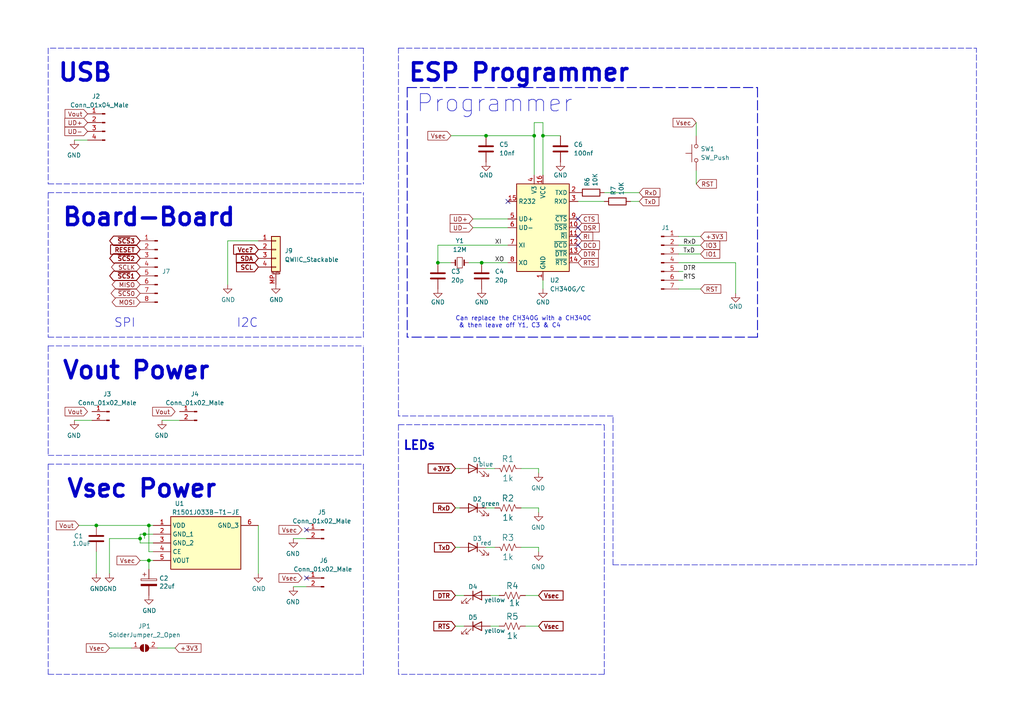
<source format=kicad_sch>
(kicad_sch (version 20211123) (generator eeschema)
  (paper "A4")
  (title_block (title "Programmer") (rev "0.2.4") (company "The Nerd Mage"))
  (lib_symbols
    (symbol "Connector:Conn_01x02_Male" (pin_names (offset 1.016) hide)
      (property "Reference" "J" (at 0 2.54 0))
      (property "Value" "Conn_01x02_Male" (at 0 -5.08 0))
      (symbol "Conn_01x02_Male_1_1"
        (polyline (pts (xy 1.27 -2.54) (xy 0.8636 -2.54)) (stroke (width 0.1524)))
        (polyline (pts (xy 1.27 0) (xy 0.8636 0)) (stroke (width 0.1524)))
        (rectangle (start 0.8636 -2.413) (end 0 -2.667) (stroke (width 0.1524)) (fill (type outline)))
        (rectangle (start 0.8636 0.127) (end 0 -0.127) (stroke (width 0.1524)) (fill (type outline)))
        (pin passive line (at 5.08 0 180) (length 3.81) (name "Pin_1") (number "1"))
        (pin passive line (at 5.08 -2.54 180) (length 3.81) (name "Pin_2") (number "2"))
      )
    )
    (symbol "Connector:Conn_01x04_Male" (pin_names (offset 1.016) hide)
      (property "Reference" "J" (at 0 5.08 0))
      (property "Value" "Conn_01x04_Male" (at 0 -7.62 0))
      (symbol "Conn_01x04_Male_1_1"
        (polyline (pts (xy 1.27 -5.08) (xy 0.8636 -5.08)) (stroke (width 0.1524)))
        (polyline (pts (xy 1.27 -2.54) (xy 0.8636 -2.54)) (stroke (width 0.1524)))
        (polyline (pts (xy 1.27 0) (xy 0.8636 0)) (stroke (width 0.1524)))
        (polyline (pts (xy 1.27 2.54) (xy 0.8636 2.54)) (stroke (width 0.1524)))
        (rectangle (start 0.8636 -4.953) (end 0 -5.207) (stroke (width 0.1524)) (fill (type outline)))
        (rectangle (start 0.8636 -2.413) (end 0 -2.667) (stroke (width 0.1524)) (fill (type outline)))
        (rectangle (start 0.8636 0.127) (end 0 -0.127) (stroke (width 0.1524)) (fill (type outline)))
        (rectangle (start 0.8636 2.667) (end 0 2.413) (stroke (width 0.1524)) (fill (type outline)))
        (pin passive line (at 5.08 2.54 180) (length 3.81) (name "Pin_1") (number "1"))
        (pin passive line (at 5.08 0 180) (length 3.81) (name "Pin_2") (number "2"))
        (pin passive line (at 5.08 -2.54 180) (length 3.81) (name "Pin_3") (number "3"))
        (pin passive line (at 5.08 -5.08 180) (length 3.81) (name "Pin_4") (number "4"))
      )
    )
    (symbol "Connector:Conn_01x07_Male" (pin_names (offset 1.016) hide)
      (property "Reference" "J" (at 0 10.16 0))
      (property "Value" "Conn_01x07_Male" (at 0 -10.16 0))
      (symbol "Conn_01x07_Male_1_1"
        (polyline (pts (xy 1.27 -7.62) (xy 0.8636 -7.62)) (stroke (width 0.1524)))
        (polyline (pts (xy 1.27 -5.08) (xy 0.8636 -5.08)) (stroke (width 0.1524)))
        (polyline (pts (xy 1.27 -2.54) (xy 0.8636 -2.54)) (stroke (width 0.1524)))
        (polyline (pts (xy 1.27 0) (xy 0.8636 0)) (stroke (width 0.1524)))
        (polyline (pts (xy 1.27 2.54) (xy 0.8636 2.54)) (stroke (width 0.1524)))
        (polyline (pts (xy 1.27 5.08) (xy 0.8636 5.08)) (stroke (width 0.1524)))
        (polyline (pts (xy 1.27 7.62) (xy 0.8636 7.62)) (stroke (width 0.1524)))
        (rectangle (start 0.8636 -7.493) (end 0 -7.747) (stroke (width 0.1524)) (fill (type outline)))
        (rectangle (start 0.8636 -4.953) (end 0 -5.207) (stroke (width 0.1524)) (fill (type outline)))
        (rectangle (start 0.8636 -2.413) (end 0 -2.667) (stroke (width 0.1524)) (fill (type outline)))
        (rectangle (start 0.8636 0.127) (end 0 -0.127) (stroke (width 0.1524)) (fill (type outline)))
        (rectangle (start 0.8636 2.667) (end 0 2.413) (stroke (width 0.1524)) (fill (type outline)))
        (rectangle (start 0.8636 5.207) (end 0 4.953) (stroke (width 0.1524)) (fill (type outline)))
        (rectangle (start 0.8636 7.747) (end 0 7.493) (stroke (width 0.1524)) (fill (type outline)))
        (pin passive line (at 5.08 7.62 180) (length 3.81) (name "Pin_1") (number "1"))
        (pin passive line (at 5.08 5.08 180) (length 3.81) (name "Pin_2") (number "2"))
        (pin passive line (at 5.08 2.54 180) (length 3.81) (name "Pin_3") (number "3"))
        (pin passive line (at 5.08 0 180) (length 3.81) (name "Pin_4") (number "4"))
        (pin passive line (at 5.08 -2.54 180) (length 3.81) (name "Pin_5") (number "5"))
        (pin passive line (at 5.08 -5.08 180) (length 3.81) (name "Pin_6") (number "6"))
        (pin passive line (at 5.08 -7.62 180) (length 3.81) (name "Pin_7") (number "7"))
      )
    )
    (symbol "Connector:Conn_01x08_Male" (pin_names (offset 1.016) hide)
      (property "Reference" "J" (at 0 10.16 0))
      (property "Value" "Conn_01x08_Male" (at 0 -12.7 0))
      (symbol "Conn_01x08_Male_1_1"
        (polyline (pts (xy 1.27 -10.16) (xy 0.8636 -10.16)) (stroke (width 0.1524)))
        (polyline (pts (xy 1.27 -7.62) (xy 0.8636 -7.62)) (stroke (width 0.1524)))
        (polyline (pts (xy 1.27 -5.08) (xy 0.8636 -5.08)) (stroke (width 0.1524)))
        (polyline (pts (xy 1.27 -2.54) (xy 0.8636 -2.54)) (stroke (width 0.1524)))
        (polyline (pts (xy 1.27 0) (xy 0.8636 0)) (stroke (width 0.1524)))
        (polyline (pts (xy 1.27 2.54) (xy 0.8636 2.54)) (stroke (width 0.1524)))
        (polyline (pts (xy 1.27 5.08) (xy 0.8636 5.08)) (stroke (width 0.1524)))
        (polyline (pts (xy 1.27 7.62) (xy 0.8636 7.62)) (stroke (width 0.1524)))
        (rectangle (start 0.8636 -10.033) (end 0 -10.287) (stroke (width 0.1524)) (fill (type outline)))
        (rectangle (start 0.8636 -7.493) (end 0 -7.747) (stroke (width 0.1524)) (fill (type outline)))
        (rectangle (start 0.8636 -4.953) (end 0 -5.207) (stroke (width 0.1524)) (fill (type outline)))
        (rectangle (start 0.8636 -2.413) (end 0 -2.667) (stroke (width 0.1524)) (fill (type outline)))
        (rectangle (start 0.8636 0.127) (end 0 -0.127) (stroke (width 0.1524)) (fill (type outline)))
        (rectangle (start 0.8636 2.667) (end 0 2.413) (stroke (width 0.1524)) (fill (type outline)))
        (rectangle (start 0.8636 5.207) (end 0 4.953) (stroke (width 0.1524)) (fill (type outline)))
        (rectangle (start 0.8636 7.747) (end 0 7.493) (stroke (width 0.1524)) (fill (type outline)))
        (pin passive line (at 5.08 7.62 180) (length 3.81) (name "Pin_1") (number "1"))
        (pin passive line (at 5.08 5.08 180) (length 3.81) (name "Pin_2") (number "2"))
        (pin passive line (at 5.08 2.54 180) (length 3.81) (name "Pin_3") (number "3"))
        (pin passive line (at 5.08 0 180) (length 3.81) (name "Pin_4") (number "4"))
        (pin passive line (at 5.08 -2.54 180) (length 3.81) (name "Pin_5") (number "5"))
        (pin passive line (at 5.08 -5.08 180) (length 3.81) (name "Pin_6") (number "6"))
        (pin passive line (at 5.08 -7.62 180) (length 3.81) (name "Pin_7") (number "7"))
        (pin passive line (at 5.08 -10.16 180) (length 3.81) (name "Pin_8") (number "8"))
      )
    )
    (symbol "Connector_QWIIC_Stackable:QWIIC_Stackable" (pin_names (offset 1.016) hide)
      (property "Reference" "J" (at 0 5.08 0))
      (property "Value" "QWIIC_Stackable" (at 1.27 -7.62 0))
      (symbol "QWIIC_Stackable_1_1"
        (rectangle (start -1.27 -4.953) (end 0 -5.207) (stroke (width 0.1524)))
        (rectangle (start -1.27 -2.413) (end 0 -2.667) (stroke (width 0.1524)))
        (rectangle (start -1.27 0.127) (end 0 -0.127) (stroke (width 0.1524)))
        (rectangle (start -1.27 2.667) (end 0 2.413) (stroke (width 0.1524)))
        (rectangle (start -1.27 3.81) (end 1.27 -6.35) (stroke (width 0.254)) (fill (type background)))
        (polyline (pts (xy -1.016 -7.112) (xy 1.016 -7.112)) (stroke (width 0.1524)))
        (text "Mounting" (at 0 -6.731 0) (effects (font (size 0.381 0.381))))
        (pin passive line (at -5.08 2.54 0) (length 3.81) (name "Pin_1") (number "1"))
        (pin passive line (at -5.08 0 0) (length 3.81) (name "Pin_2") (number "2"))
        (pin passive line (at -5.08 -2.54 0) (length 3.81) (name "Pin_3") (number "3"))
        (pin passive line (at -5.08 -5.08 0) (length 3.81) (name "Pin_4") (number "4"))
        (pin passive line (at 0 -10.16 90) (length 3.048) (name "MountPin") (number "MP"))
      )
    )
    (symbol "Device:C" (pin_numbers hide) (pin_names (offset 0.254))
      (property "Reference" "C" (at 0.635 2.54 0))
      (property "Value" "C" (at 0.635 -2.54 0))
      (symbol "C_0_1"
        (polyline (pts (xy -2.032 -0.762) (xy 2.032 -0.762)) (stroke (width 0.508)))
        (polyline (pts (xy -2.032 0.762) (xy 2.032 0.762)) (stroke (width 0.508)))
      )
      (symbol "C_1_1"
        (pin passive line (at 0 3.81 270) (length 2.794) (name "~") (number "1"))
        (pin passive line (at 0 -3.81 90) (length 2.794) (name "~") (number "2"))
      )
    )
    (symbol "Device:CP" (pin_numbers hide) (pin_names (offset 0.254))
      (property "Reference" "C" (at 0.635 2.54 0))
      (property "Value" "Device_CP" (at 0.635 -2.54 0))
      (symbol "CP_0_1"
        (rectangle (start -2.286 0.508) (end 2.286 1.016))
        (polyline (pts (xy -1.778 2.286) (xy -0.762 2.286)))
        (polyline (pts (xy -1.27 2.794) (xy -1.27 1.778)))
        (rectangle (start 2.286 -0.508) (end -2.286 -1.016) (fill (type outline)))
      )
      (symbol "CP_1_1"
        (pin passive line (at 0 3.81 270) (length 2.794) (name "~") (number "1"))
        (pin passive line (at 0 -3.81 90) (length 2.794) (name "~") (number "2"))
      )
    )
    (symbol "Device:Crystal_Small" (pin_numbers hide) (pin_names (offset 1.016) hide)
      (property "Reference" "Y" (at 0 2.54 0))
      (property "Value" "Crystal_Small" (at 0 -2.54 0))
      (symbol "Crystal_Small_0_1"
        (rectangle (start -0.762 -1.524) (end 0.762 1.524))
        (polyline (pts (xy -1.27 -0.762) (xy -1.27 0.762)) (stroke (width 0.381)))
        (polyline (pts (xy 1.27 -0.762) (xy 1.27 0.762)) (stroke (width 0.381)))
      )
      (symbol "Crystal_Small_1_1"
        (pin passive line (at -2.54 0 0) (length 1.27) (name "1") (number "1"))
        (pin passive line (at 2.54 0 180) (length 1.27) (name "2") (number "2"))
      )
    )
    (symbol "Device:LED" (pin_numbers hide) (pin_names (offset 1.016) hide)
      (property "Reference" "D" (at 0 2.54 0))
      (property "Value" "LED" (at 0 -2.54 0))
      (symbol "LED_0_1"
        (polyline (pts (xy -1.27 -1.27) (xy -1.27 1.27)) (stroke (width 0.254)))
        (polyline (pts (xy -1.27 0) (xy 1.27 0)))
        (polyline (pts (xy 1.27 -1.27) (xy 1.27 1.27) (xy -1.27 0) (xy 1.27 -1.27)) (stroke (width 0.254)))
        (polyline (pts (xy -3.048 -0.762) (xy -4.572 -2.286) (xy -3.81 -2.286) (xy -4.572 -2.286) (xy -4.572 -1.524)))
        (polyline (pts (xy -1.778 -0.762) (xy -3.302 -2.286) (xy -2.54 -2.286) (xy -3.302 -2.286) (xy -3.302 -1.524)))
      )
      (symbol "LED_1_1"
        (pin passive line (at -3.81 0 0) (length 2.54) (name "K") (number "1"))
        (pin passive line (at 3.81 0 180) (length 2.54) (name "A") (number "2"))
      )
    )
    (symbol "Device:R" (pin_numbers hide) (pin_names (offset 0))
      (property "Reference" "R" (at 2.032 0 90))
      (property "Value" "R" (at 0 0 90))
      (symbol "R_0_1"
        (rectangle (start -1.016 -2.54) (end 1.016 2.54) (stroke (width 0.254)))
      )
      (symbol "R_1_1"
        (pin passive line (at 0 3.81 270) (length 1.27) (name "~") (number "1"))
        (pin passive line (at 0 -3.81 90) (length 1.27) (name "~") (number "2"))
      )
    )
    (symbol "Device:R_US" (pin_numbers hide) (pin_names (offset 0))
      (property "Reference" "R" (at 2.54 0 90))
      (property "Value" "R_US" (at -2.54 0 90))
      (symbol "R_US_0_1"
        (polyline (pts (xy 0 -2.286) (xy 0 -2.54)))
        (polyline (pts (xy 0 2.286) (xy 0 2.54)))
        (polyline (pts (xy 0 -0.762) (xy 1.016 -1.143) (xy 0 -1.524) (xy -1.016 -1.905) (xy 0 -2.286)))
        (polyline (pts (xy 0 0.762) (xy 1.016 0.381) (xy 0 0) (xy -1.016 -0.381) (xy 0 -0.762)))
        (polyline (pts (xy 0 2.286) (xy 1.016 1.905) (xy 0 1.524) (xy -1.016 1.143) (xy 0 0.762)))
      )
      (symbol "R_US_1_1"
        (pin passive line (at 0 3.81 270) (length 1.27) (name "~") (number "1"))
        (pin passive line (at 0 -3.81 90) (length 1.27) (name "~") (number "2"))
      )
    )
    (symbol "Interface_USB:CH340G"
      (property "Reference" "U" (at -5.08 13.97 0))
      (property "Value" "CH340G" (at 1.27 13.97 0))
      (symbol "CH340G_0_1"
        (rectangle (start -7.62 12.7) (end 7.62 -12.7) (stroke (width 0.254)) (fill (type background)))
      )
      (symbol "CH340G_1_1"
        (pin power_in line (at 0 -15.24 90) (length 2.54) (name "GND") (number "1"))
        (pin input line (at 10.16 0 180) (length 2.54) (name "~{DSR}") (number "10"))
        (pin input line (at 10.16 -2.54 180) (length 2.54) (name "~{RI}") (number "11"))
        (pin input line (at 10.16 -5.08 180) (length 2.54) (name "~{DCD}") (number "12"))
        (pin output line (at 10.16 -7.62 180) (length 2.54) (name "~{DTR}") (number "13"))
        (pin output line (at 10.16 -10.16 180) (length 2.54) (name "~{RTS}") (number "14"))
        (pin input line (at -10.16 7.62 0) (length 2.54) (name "R232") (number "15"))
        (pin power_in line (at 0 15.24 270) (length 2.54) (name "VCC") (number "16"))
        (pin output line (at 10.16 10.16 180) (length 2.54) (name "TXD") (number "2"))
        (pin input line (at 10.16 7.62 180) (length 2.54) (name "RXD") (number "3"))
        (pin passive line (at -2.54 15.24 270) (length 2.54) (name "V3") (number "4"))
        (pin bidirectional line (at -10.16 2.54 0) (length 2.54) (name "UD+") (number "5"))
        (pin bidirectional line (at -10.16 0 0) (length 2.54) (name "UD-") (number "6"))
        (pin input line (at -10.16 -5.08 0) (length 2.54) (name "XI") (number "7"))
        (pin output line (at -10.16 -10.16 0) (length 2.54) (name "XO") (number "8"))
        (pin input line (at 10.16 2.54 180) (length 2.54) (name "~{CTS}") (number "9"))
      )
    )
    (symbol "Jumper:SolderJumper_2_Open" (pin_names (offset 0) hide)
      (property "Reference" "JP" (at 0 2.032 0))
      (property "Value" "SolderJumper_2_Open" (at 0 -2.54 0))
      (symbol "SolderJumper_2_Open_0_1"
        (arc (start -0.254 1.016) (mid -1.27 0) (end -0.254 -1.016))
        (arc (start -0.254 1.016) (mid -1.27 0) (end -0.254 -1.016) (fill (type outline)))
        (polyline (pts (xy -0.254 1.016) (xy -0.254 -1.016)))
        (polyline (pts (xy 0.254 1.016) (xy 0.254 -1.016)))
        (arc (start 0.254 -1.016) (mid 1.27 0) (end 0.254 1.016))
        (arc (start 0.254 -1.016) (mid 1.27 0) (end 0.254 1.016) (fill (type outline)))
      )
      (symbol "SolderJumper_2_Open_1_1"
        (pin passive line (at -3.81 0 0) (length 2.54) (name "A") (number "1"))
        (pin passive line (at 3.81 0 180) (length 2.54) (name "B") (number "2"))
      )
    )
    (symbol "R1501J033B-T1-JE:R1501J033B-T1-JE"
      (property "Reference" "U" (at 0 0 0))
      (property "Value" "R1501J033B-T1-JE" (at 2.54 8.89 0))
      (symbol "R1501J033B-T1-JE_1_1"
        (rectangle (start 5.08 2.54) (end 25.4 -12.7) (stroke (width 0.254)) (fill (type background)))
        (pin passive line (at 0 0 0) (length 5.08) (name "VDD") (number "1"))
        (pin passive line (at 0 -2.54 0) (length 5.08) (name "GND_1") (number "2"))
        (pin passive line (at 0 -5.08 0) (length 5.08) (name "GND_2") (number "3"))
        (pin passive line (at 0 -7.62 0) (length 5.08) (name "CE") (number "4"))
        (pin passive line (at 0 -10.16 0) (length 5.08) (name "VOUT") (number "5"))
        (pin passive line (at 30.48 0 180) (length 5.08) (name "GND_3") (number "6"))
      )
    )
    (symbol "Switch:SW_Push" (pin_numbers hide) (pin_names (offset 1.016) hide)
      (property "Reference" "SW" (at 1.27 2.54 0))
      (property "Value" "SW_Push" (at 0 -1.524 0))
      (symbol "SW_Push_0_1"
        (circle (center -2.032 0) (radius 0.508))
        (polyline (pts (xy 0 1.27) (xy 0 3.048)))
        (polyline (pts (xy 2.54 1.27) (xy -2.54 1.27)))
        (circle (center 2.032 0) (radius 0.508))
        (pin passive line (at -5.08 0 0) (length 2.54) (name "1") (number "1"))
        (pin passive line (at 5.08 0 180) (length 2.54) (name "2") (number "2"))
      )
    )
    (symbol "power:GND" (power) (pin_names (offset 0))
      (property "Value" "GND" (at 0 -3.81 0))
      (symbol "GND_0_1"
        (polyline (pts (xy 0 0) (xy 0 -1.27) (xy 1.27 -1.27) (xy 0 -2.54) (xy -1.27 -1.27) (xy 0 -1.27)))
      )
      (symbol "GND_1_1"
        (pin power_in line (at 0 0 270) (length 0) hide (name "GND") (number "1"))
      )
    )
  )
  (junction (at 139.7 76.2))
  (junction (at 43.18 162.56))
  (junction (at 40.64 156.21))
  (junction (at 41.91 154.94))
  (junction (at 140.97 39.37))
  (junction (at 157.48 39.37))
  (junction (at 127 76.2))
  (junction (at 154.94 39.37))
  (junction (at 27.94 152.4))
  (junction (at 43.18 152.4))
  (no_connect (at 88.9 153.67))
  (no_connect (at 167.64 68.58))
  (no_connect (at 167.64 63.5))
  (no_connect (at 147.32 58.42))
  (no_connect (at 167.64 71.12))
  (no_connect (at 167.64 66.04))
  (no_connect (at 88.9 167.64))
  (polyline (pts (xy 115.57 123.19) (xy 175.26 123.19)))
  (wire (pts (xy 132.08 172.72) (xy 134.62 172.72)))
  (wire (pts (xy 154.94 39.37) (xy 154.94 35.56)))
  (polyline (pts (xy 13.97 13.97) (xy 13.97 53.34)))
  (wire (pts (xy 31.75 187.96) (xy 38.1 187.96)))
  (wire (pts (xy 127 71.12) (xy 127 76.2)))
  (wire (pts (xy 127 76.2) (xy 130.81 76.2)))
  (polyline (pts (xy 13.97 53.34) (xy 105.41 53.34)))
  (wire (pts (xy 152.4 172.72) (xy 156.21 172.72)))
  (wire (pts (xy 127 71.12) (xy 147.32 71.12)))
  (wire (pts (xy 45.72 187.96) (xy 50.8 187.96)))
  (wire (pts (xy 40.64 156.21) (xy 40.64 157.48)))
  (wire (pts (xy 130.81 39.37) (xy 140.97 39.37)))
  (wire (pts (xy 142.24 172.72) (xy 144.78 172.72)))
  (wire (pts (xy 27.94 152.4) (xy 43.18 152.4)))
  (polyline (pts (xy 13.97 134.62) (xy 105.41 134.62)))
  (wire (pts (xy 43.18 160.02) (xy 43.18 152.4)))
  (wire (pts (xy 43.18 152.4) (xy 44.45 152.4)))
  (polyline (pts (xy 175.26 195.58) (xy 115.57 195.58)))
  (wire (pts (xy 213.36 85.09) (xy 213.36 76.2)))
  (wire (pts (xy 156.21 158.75) (xy 156.21 160.02)))
  (polyline (pts (xy 13.97 100.33) (xy 13.97 132.08)))
  (wire (pts (xy 74.93 69.85) (xy 66.04 69.85)))
  (wire (pts (xy 156.21 147.32) (xy 156.21 148.59)))
  (wire (pts (xy 157.48 39.37) (xy 157.48 50.8)))
  (wire (pts (xy 44.45 160.02) (xy 43.18 160.02)))
  (wire (pts (xy 213.36 76.2) (xy 196.85 76.2)))
  (wire (pts (xy 133.35 158.75) (xy 132.08 158.75)))
  (wire (pts (xy 41.91 156.21) (xy 41.91 154.94)))
  (wire (pts (xy 196.85 81.28) (xy 198.12 81.28)))
  (polyline (pts (xy 13.97 97.79) (xy 105.41 97.79)))
  (polyline (pts (xy 13.97 132.08) (xy 105.41 132.08)))
  (wire (pts (xy 156.21 158.75) (xy 151.13 158.75)))
  (wire (pts (xy 196.85 83.82) (xy 203.2 83.82)))
  (wire (pts (xy 74.93 152.4) (xy 74.93 166.37)))
  (polyline (pts (xy 219.71 25.4) (xy 219.71 97.79)) (stroke (width 0.25)))
  (polyline (pts (xy 105.41 13.97) (xy 105.41 53.34)))
  (wire (pts (xy 25.4 40.64) (xy 21.59 40.64)))
  (wire (pts (xy 22.86 152.4) (xy 27.94 152.4)))
  (polyline (pts (xy 13.97 134.62) (xy 13.97 195.58)))
  (wire (pts (xy 157.48 35.56) (xy 157.48 39.37)))
  (polyline (pts (xy 13.97 195.58) (xy 105.41 195.58)))
  (wire (pts (xy 157.48 83.82) (xy 157.48 81.28)))
  (wire (pts (xy 43.18 162.56) (xy 43.18 165.1)))
  (wire (pts (xy 133.35 135.89) (xy 132.08 135.89)))
  (wire (pts (xy 182.88 58.42) (xy 185.42 58.42)))
  (polyline (pts (xy 115.57 120.65) (xy 115.57 13.97)))
  (wire (pts (xy 43.18 162.56) (xy 44.45 162.56)))
  (wire (pts (xy 157.48 39.37) (xy 162.56 39.37)))
  (polyline (pts (xy 118.11 25.4) (xy 219.71 25.4)) (stroke (width 0.25)))
  (wire (pts (xy 88.9 170.18) (xy 85.09 170.18)))
  (wire (pts (xy 152.4 181.61) (xy 156.21 181.61)))
  (wire (pts (xy 156.21 147.32) (xy 151.13 147.32)))
  (wire (pts (xy 40.64 157.48) (xy 44.45 157.48)))
  (polyline (pts (xy 115.57 123.19) (xy 115.57 195.58)))
  (polyline (pts (xy 115.57 13.97) (xy 283.21 13.97)))
  (polyline (pts (xy 177.8 120.65) (xy 115.57 120.65)))
  (polyline (pts (xy 118.11 25.4) (xy 118.11 97.79)) (stroke (width 0.25)))
  (wire (pts (xy 196.85 73.66) (xy 203.2 73.66)))
  (wire (pts (xy 46.99 121.92) (xy 52.07 121.92)))
  (wire (pts (xy 21.59 121.92) (xy 26.67 121.92)))
  (polyline (pts (xy 177.8 163.83) (xy 177.8 120.65)))
  (wire (pts (xy 167.64 58.42) (xy 175.26 58.42)))
  (wire (pts (xy 27.94 160.02) (xy 27.94 166.37)))
  (wire (pts (xy 154.94 35.56) (xy 157.48 35.56)))
  (wire (pts (xy 137.16 66.04) (xy 147.32 66.04)))
  (polyline (pts (xy 105.41 132.08) (xy 105.41 100.33)))
  (wire (pts (xy 137.16 63.5) (xy 147.32 63.5)))
  (wire (pts (xy 175.26 55.88) (xy 185.42 55.88)))
  (wire (pts (xy 196.85 78.74) (xy 198.12 78.74)))
  (wire (pts (xy 201.93 49.53) (xy 201.93 53.34)))
  (wire (pts (xy 44.45 154.94) (xy 41.91 154.94)))
  (wire (pts (xy 154.94 39.37) (xy 140.97 39.37)))
  (wire (pts (xy 196.85 68.58) (xy 203.2 68.58)))
  (wire (pts (xy 143.51 135.89) (xy 140.97 135.89)))
  (polyline (pts (xy 175.26 123.19) (xy 175.26 195.58)))
  (polyline (pts (xy 105.41 195.58) (xy 105.41 134.62)))
  (wire (pts (xy 133.35 147.32) (xy 132.08 147.32)))
  (polyline (pts (xy 177.8 163.83) (xy 283.21 163.83)))
  (wire (pts (xy 40.64 154.94) (xy 40.64 156.21)))
  (wire (pts (xy 31.75 166.37) (xy 31.75 156.21)))
  (wire (pts (xy 88.9 156.21) (xy 85.09 156.21)))
  (polyline (pts (xy 13.97 55.88) (xy 13.97 97.79)))
  (polyline (pts (xy 219.71 97.79) (xy 118.11 97.79)) (stroke (width 0.25)))
  (wire (pts (xy 66.04 69.85) (xy 66.04 82.55)))
  (wire (pts (xy 156.21 135.89) (xy 156.21 137.16)))
  (wire (pts (xy 41.91 154.94) (xy 40.64 154.94)))
  (wire (pts (xy 156.21 135.89) (xy 151.13 135.89)))
  (wire (pts (xy 132.08 181.61) (xy 134.62 181.61)))
  (polyline (pts (xy 13.97 55.88) (xy 105.41 55.88)))
  (wire (pts (xy 196.85 71.12) (xy 203.2 71.12)))
  (wire (pts (xy 154.94 39.37) (xy 154.94 50.8)))
  (polyline (pts (xy 13.97 100.33) (xy 105.41 100.33)))
  (wire (pts (xy 143.51 147.32) (xy 140.97 147.32)))
  (wire (pts (xy 135.89 76.2) (xy 139.7 76.2)))
  (wire (pts (xy 147.32 76.2) (xy 139.7 76.2)))
  (polyline (pts (xy 105.41 97.79) (xy 105.41 55.88)))
  (wire (pts (xy 142.24 181.61) (xy 144.78 181.61)))
  (polyline (pts (xy 105.41 13.97) (xy 13.97 13.97)))
  (wire (pts (xy 31.75 156.21) (xy 40.64 156.21)))
  (polyline (pts (xy 283.21 163.83) (xy 283.21 13.97)))
  (wire (pts (xy 143.51 158.75) (xy 140.97 158.75)))
  (wire (pts (xy 201.93 35.56) (xy 201.93 39.37)))
  (wire (pts (xy 40.64 162.56) (xy 43.18 162.56)))
  (text "Vout Power" (at 17.78 110.49 0) (effects (font (size 5 5) (thickness 1) bold) (justify left bottom)))
  (text "USB" (at 16.51 24.13 0) (effects (font (size 5 5) (thickness 1) bold) (justify left bottom)))
  (text "Programmer" (at 120.65 33.02 0) (effects (font (size 5 5)) (justify left bottom)))
  (text "LEDs" (at 116.84 130.81 180) (effects (font (size 2.54 2.54) (thickness 0.508) bold) (justify left bottom)))
  (text "Can replace the CH340G with a CH340C\n & then leave off Y1, C3 & C4" (at 132.08 95.25 0) (effects (font (size 1.27 1.27)) (justify left bottom)))
  (text "I2C" (at 68.58 95.25 0) (effects (font (size 2.54 2.54)) (justify left bottom)))
  (text "Board-Board" (at 17.78 66.04 0) (effects (font (size 5 5) (thickness 1) bold) (justify left bottom)))
  (text "ESP Programmer" (at 118.11 24.13 0) (effects (font (size 5 5) (thickness 1) bold) (justify left bottom)))
  (text "Vsec Power" (at 19.05 144.78 0) (effects (font (size 5 5) (thickness 1) bold) (justify left bottom)))
  (text "SPI" (at 33.02 95.25 0) (effects (font (size 2.54 2.54)) (justify left bottom)))
  (label "RTS" (at 198.12 81.28 0))
  (label "TxD" (at 198.12 73.66 0))
  (label "XI" (at 143.51 71.12 0))
  (label "RxD" (at 198.12 71.12 0))
  (label "DTR" (at 198.12 78.74 0))
  (label "XO" (at 143.51 76.2 0))
  (global_label "MOSI" (shape bidirectional) (at 40.64 87.63 180) (property "Intersheet References" "${INTERSHEET_REFS}" (effects hide)))
  (global_label "DTR" (shape input) (at 132.08 172.72 180) (effects (font (thickness 0.254) bold)) (property "Intersheet References" "${INTERSHEET_REFS}" (effects hide)))
  (global_label "~{SCS}0" (shape bidirectional) (at 40.64 85.09 180) (property "Intersheet References" "${INTERSHEET_REFS}" (effects hide)))
  (global_label "UD-" (shape input) (at 137.16 66.04 180) (property "Intersheet References" "${INTERSHEET_REFS}" (effects hide)))
  (global_label "Vout" (shape input) (at 22.86 152.4 180) (property "Intersheet References" "${INTERSHEET_REFS}" (effects hide)))
  (global_label "Vsec" (shape input) (at 156.21 172.72 0) (effects (font (thickness 0.254) bold)) (property "Intersheet References" "${INTERSHEET_REFS}" (effects hide)))
  (global_label "Vcc?" (shape input) (at 74.93 72.39 180) (effects (font (thickness 0.254) bold)) (property "Intersheet References" "${INTERSHEET_REFS}" (effects hide)))
  (global_label "Vout" (shape input) (at 25.4 33.02 180) (property "Intersheet References" "${INTERSHEET_REFS}" (effects hide)))
  (global_label "~{SCS}3" (shape bidirectional) (at 40.64 69.85 180) (effects (font (thickness 0.254) bold)) (property "Intersheet References" "${INTERSHEET_REFS}" (effects hide)))
  (global_label "Vout" (shape input) (at 25.4 119.38 180) (property "Intersheet References" "${INTERSHEET_REFS}" (effects hide)))
  (global_label "RTS" (shape input) (at 167.64 76.2 0) (property "Intersheet References" "${INTERSHEET_REFS}" (effects hide)))
  (global_label "MISO" (shape bidirectional) (at 40.64 82.55 180) (property "Intersheet References" "${INTERSHEET_REFS}" (effects hide)))
  (global_label "DCD" (shape input) (at 167.64 71.12 0) (property "Intersheet References" "${INTERSHEET_REFS}" (effects hide)))
  (global_label "Vout" (shape input) (at 50.8 119.38 180) (property "Intersheet References" "${INTERSHEET_REFS}" (effects hide)))
  (global_label "Vsec" (shape input) (at 156.21 181.61 0) (effects (font (thickness 0.254) bold)) (property "Intersheet References" "${INTERSHEET_REFS}" (effects hide)))
  (global_label "Vsec" (shape input) (at 31.75 187.96 180) (property "Intersheet References" "${INTERSHEET_REFS}" (effects hide)))
  (global_label "UD-" (shape input) (at 25.4 38.1 180) (property "Intersheet References" "${INTERSHEET_REFS}" (effects hide)))
  (global_label "RTS" (shape input) (at 132.08 181.61 180) (effects (font (thickness 0.254) bold)) (property "Intersheet References" "${INTERSHEET_REFS}" (effects hide)))
  (global_label "RST" (shape input) (at 203.2 83.82 0) (property "Intersheet References" "${INTERSHEET_REFS}" (effects hide)))
  (global_label "+3V3" (shape input) (at 132.08 135.89 180) (effects (font (thickness 0.254) bold)) (property "Intersheet References" "${INTERSHEET_REFS}" (effects hide)))
  (global_label "+3V3" (shape input) (at 50.8 187.96 0) (property "Intersheet References" "${INTERSHEET_REFS}" (effects hide)))
  (global_label "RI" (shape input) (at 167.64 68.58 0) (property "Intersheet References" "${INTERSHEET_REFS}" (effects hide)))
  (global_label "Vsec" (shape input) (at 87.63 153.67 180) (property "Intersheet References" "${INTERSHEET_REFS}" (effects hide)))
  (global_label "IO1" (shape input) (at 203.2 73.66 0) (property "Intersheet References" "${INTERSHEET_REFS}" (effects hide)))
  (global_label "Vsec" (shape input) (at 87.63 167.64 180) (property "Intersheet References" "${INTERSHEET_REFS}" (effects hide)))
  (global_label "SDA" (shape input) (at 74.93 74.93 180) (effects (font bold)) (property "Intersheet References" "${INTERSHEET_REFS}" (effects hide)))
  (global_label "Vsec" (shape input) (at 130.81 39.37 180) (property "Intersheet References" "${INTERSHEET_REFS}" (effects hide)))
  (global_label "DTR" (shape input) (at 167.64 73.66 0) (property "Intersheet References" "${INTERSHEET_REFS}" (effects hide)))
  (global_label "RESET" (shape input) (at 40.64 72.39 180) (effects (font (thickness 0.254) bold)) (property "Intersheet References" "${INTERSHEET_REFS}" (effects hide)))
  (global_label "+3V3" (shape input) (at 203.2 68.58 0) (property "Intersheet References" "${INTERSHEET_REFS}" (effects hide)))
  (global_label "Vsec" (shape input) (at 201.93 35.56 180) (property "Intersheet References" "${INTERSHEET_REFS}" (effects hide)))
  (global_label "IO3" (shape input) (at 203.2 71.12 0) (property "Intersheet References" "${INTERSHEET_REFS}" (effects hide)))
  (global_label "CTS" (shape input) (at 167.64 63.5 0) (property "Intersheet References" "${INTERSHEET_REFS}" (effects hide)))
  (global_label "SCLK" (shape bidirectional) (at 40.64 77.47 180) (property "Intersheet References" "${INTERSHEET_REFS}" (effects hide)))
  (global_label "Vsec" (shape input) (at 40.64 162.56 180) (property "Intersheet References" "${INTERSHEET_REFS}" (effects hide)))
  (global_label "TxD" (shape input) (at 132.08 158.75 180) (effects (font (thickness 0.254) bold)) (property "Intersheet References" "${INTERSHEET_REFS}" (effects hide)))
  (global_label "RxD" (shape input) (at 185.42 55.88 0) (property "Intersheet References" "${INTERSHEET_REFS}" (effects hide)))
  (global_label "SCL" (shape input) (at 74.93 77.47 180) (effects (font (thickness 0.254) bold)) (property "Intersheet References" "${INTERSHEET_REFS}" (effects hide)))
  (global_label "~{SCS}2" (shape bidirectional) (at 40.64 74.93 180) (effects (font (thickness 0.254) bold)) (property "Intersheet References" "${INTERSHEET_REFS}" (effects hide)))
  (global_label "~{SCS}1" (shape bidirectional) (at 40.64 80.01 180) (effects (font (thickness 0.254) bold)) (property "Intersheet References" "${INTERSHEET_REFS}" (effects hide)))
  (global_label "RxD" (shape input) (at 132.08 147.32 180) (effects (font (thickness 0.254) bold)) (property "Intersheet References" "${INTERSHEET_REFS}" (effects hide)))
  (global_label "TxD" (shape input) (at 185.42 58.42 0) (property "Intersheet References" "${INTERSHEET_REFS}" (effects hide)))
  (global_label "RST" (shape input) (at 201.93 53.34 0) (property "Intersheet References" "${INTERSHEET_REFS}" (effects hide)))
  (global_label "UD+" (shape input) (at 137.16 63.5 180) (property "Intersheet References" "${INTERSHEET_REFS}" (effects hide)))
  (global_label "UD+" (shape input) (at 25.4 35.56 180) (property "Intersheet References" "${INTERSHEET_REFS}" (effects hide)))
  (global_label "DSR" (shape input) (at 167.64 66.04 0) (property "Intersheet References" "${INTERSHEET_REFS}" (effects hide)))
  (symbol (lib_id "power:GND") (at 127 83.82 0) (unit 1)
    (property "Reference" "#PWR0113" (effects hide))
    (property "Value" "GND" (at 127 87.63 0))
  )
  (symbol (lib_id "Device:LED") (at 138.43 172.72 0) (unit 1)
    (property "Reference" "D4" (at 137.16 170.18 0))
    (property "Value" "yellow" (at 143.51 173.99 0))
    (property "Footprint" "LED_SMD:LED_0603_1608Metric" (effects hide))
    (property "LCSC" "C434421" (effects hide))
  )
  (symbol (lib_id "power:GND") (at 27.94 166.37 0) (unit 1)
    (property "Reference" "#PWR0101" (effects hide))
    (property "Value" "GND" (at 28.067 170.7642 0))
  )
  (symbol (lib_id "power:GND") (at 213.36 85.09 0) (unit 1)
    (property "Reference" "#PWR0111" (effects hide))
    (property "Value" "GND" (at 213.36 88.9 0))
  )
  (symbol (lib_id "power:GND") (at 31.75 166.37 0) (unit 1)
    (property "Reference" "#PWR0107" (effects hide))
    (property "Value" "GND" (at 31.877 170.7642 0))
  )
  (symbol (lib_id "power:GND") (at 85.09 170.18 0) (mirror y) (unit 1)
    (property "Reference" "#PWR0103" (effects hide))
    (property "Value" "GND" (at 84.963 174.5742 0))
  )
  (symbol (lib_id "Connector:Conn_01x02_Male") (at 31.75 119.38 0) (mirror y) (unit 1) (in_bom no)
    (property "Reference" "J3" (at 31.115 114.3 0))
    (property "Value" "Conn_01x02_Male" (at 31.115 116.84 0))
    (property "Footprint" "Tinker:Board_Stacker_2" (effects hide))
  )
  (symbol (lib_id "Interface_USB:CH340G") (at 157.48 66.04 0) (unit 1)
    (property "Reference" "U2" (at 159.4994 81.28 0) (effects (justify left)))
    (property "Value" "CH340G/C" (at 159.4994 83.82 0) (effects (justify left)))
    (property "Footprint" "Package_SO:SOIC-16_3.9x9.9mm_P1.27mm" (effects hide))
    (property "Datasheet" "http://www.datasheet5.com/pdf-local-2195953" (effects hide))
    (property "LCSC" "C14267/C84681" (effects hide))
  )
  (symbol (lib_id "Device:LED") (at 137.16 135.89 0) (mirror y) (unit 1)
    (property "Reference" "D1" (at 138.43 133.35 0))
    (property "Value" "blue" (at 140.97 134.62 0))
    (property "Footprint" "LED_SMD:LED_0603_1608Metric" (effects hide))
    (property "LCSC" "C434420" (effects hide))
  )
  (symbol (lib_id "Device:C") (at 140.97 43.18 0) (unit 1)
    (property "Reference" "C5" (at 144.78 41.9099 0) (effects (justify left)))
    (property "Value" "10nf" (at 144.78 44.4499 0) (effects (justify left)))
    (property "Footprint" "Capacitor_SMD:C_0603_1608Metric_Pad1.08x0.95mm_HandSolder" (effects hide))
    (property "LCSC" "C161232" (effects hide))
  )
  (symbol (lib_id "power:GND") (at 21.59 40.64 0) (mirror y) (unit 1)
    (property "Reference" "#PWR0106" (effects hide))
    (property "Value" "GND" (at 21.463 45.0342 0))
  )
  (symbol (lib_id "Connector:Conn_01x02_Male") (at 57.15 119.38 0) (mirror y) (unit 1) (in_bom no)
    (property "Reference" "J4" (at 56.515 114.3 0))
    (property "Value" "Conn_01x02_Male" (at 56.515 116.84 0))
    (property "Footprint" "Tinker:Board_Stacker_2" (effects hide))
  )
  (symbol (lib_id "Device:R_US") (at 147.32 135.89 270) (mirror x) (unit 1)
    (property "Reference" "R1" (at 147.32 132.08 90) (effects (font (size 1.778 1.778)) (justify bottom)))
    (property "Value" "1k" (at 147.32 139.7 90) (effects (font (size 1.778 1.778)) (justify top)))
    (property "Footprint" "Resistor_SMD:R_0603_1608Metric" (effects hide))
    (property "LCSC" "C21190" (effects hide))
  )
  (symbol (lib_id "R1501J033B-T1-JE:R1501J033B-T1-JE") (at 44.45 152.4 0) (unit 1)
    (property "Reference" "U1" (at 52.07 146.05 0))
    (property "Value" "R1501J033B-T1-JE" (at 59.69 148.59 0))
    (property "Footprint" "Tinker:R1501J033BT1JE" (effects hide))
    (property "Reference_1" "IC" (effects hide))
    (property "Value_1" "R1501J033B-T1-JE" (effects hide))
    (property "Footprint_1" "R1501J033BT1JE" (effects hide))
    (property "Datasheet_1" "https://www.nisshinbo-microdevices.co.jp/en/pdf/datasheet/r1501-ec.pdf" (effects hide))
    (property "Height" "2.627" (effects hide))
    (property "Manufacturer_Name" "Nisshinbo" (effects hide))
    (property "Manufacturer_Part_Number" "R1501J033B-T1-JE" (effects hide))
    (property "LCSC" "C3748149" (effects hide))
    (property "DigiKey" "2129-R1501J033B-T1-JECT-ND" (effects hide))
  )
  (symbol (lib_id "Connector:Conn_01x02_Male") (at 93.98 153.67 0) (mirror y) (unit 1) (in_bom no)
    (property "Reference" "J5" (at 93.345 148.59 0))
    (property "Value" "Conn_01x02_Male" (at 93.345 151.13 0))
    (property "Footprint" "Tinker:Board_Stacker_2" (effects hide))
  )
  (symbol (lib_id "Device:LED") (at 137.16 158.75 0) (mirror y) (unit 1)
    (property "Reference" "D3" (at 138.43 156.21 0))
    (property "Value" "red" (at 140.97 157.48 0))
    (property "Footprint" "LED_SMD:LED_0603_1608Metric" (effects hide))
    (property "LCSC" "C434420" (effects hide))
  )
  (symbol (lib_id "power:GND") (at 157.48 83.82 0) (unit 1)
    (property "Reference" "#PWR0115" (effects hide))
    (property "Value" "GND" (at 157.48 87.63 0))
  )
  (symbol (lib_id "Device:C") (at 139.7 80.01 0) (unit 1)
    (property "Reference" "C4" (at 143.51 78.7399 0) (effects (justify left)))
    (property "Value" "20p" (at 143.51 81.2799 0) (effects (justify left)))
    (property "Footprint" "Capacitor_SMD:C_0603_1608Metric_Pad1.08x0.95mm_HandSolder" (effects hide))
    (property "LCSC" "C325469" (effects hide))
  )
  (symbol (lib_id "Device:LED") (at 137.16 147.32 0) (mirror y) (unit 1)
    (property "Reference" "D2" (at 138.43 144.78 0))
    (property "Value" "green" (at 142.24 146.05 0))
    (property "Footprint" "LED_SMD:LED_0603_1608Metric" (effects hide))
    (property "LCSC" "C434420" (effects hide))
  )
  (symbol (lib_id "Device:Crystal_Small") (at 133.35 76.2 0) (unit 1)
    (property "Reference" "Y1" (at 133.35 69.85 0))
    (property "Value" "12M" (at 133.35 72.39 0))
    (property "Footprint" "Crystal:Crystal_SMD_5032-2Pin_5.0x3.2mm" (effects hide))
    (property "LCSC" "C2842275" (effects hide))
  )
  (symbol (lib_id "Device:R_US") (at 147.32 158.75 270) (mirror x) (unit 1)
    (property "Reference" "R3" (at 147.32 154.94 90) (effects (font (size 1.778 1.778)) (justify bottom)))
    (property "Value" "1k" (at 147.32 162.56 90) (effects (font (size 1.778 1.778)) (justify top)))
    (property "Footprint" "Resistor_SMD:R_0603_1608Metric" (effects hide))
    (property "LCSC" "C21190" (effects hide))
  )
  (symbol (lib_id "Device:R_US") (at 147.32 147.32 270) (mirror x) (unit 1)
    (property "Reference" "R2" (at 147.32 143.51 90) (effects (font (size 1.778 1.778)) (justify bottom)))
    (property "Value" "1k" (at 147.32 151.13 90) (effects (font (size 1.778 1.778)) (justify top)))
    (property "Footprint" "Resistor_SMD:R_0603_1608Metric" (effects hide))
    (property "LCSC" "C21190" (effects hide))
  )
  (symbol (lib_id "Device:LED") (at 138.43 181.61 0) (unit 1)
    (property "Reference" "D5" (at 137.16 179.07 0))
    (property "Value" "yellow" (at 143.51 182.88 0))
    (property "Footprint" "LED_SMD:LED_0603_1608Metric" (effects hide))
    (property "LCSC" "C434424" (effects hide))
  )
  (symbol (lib_id "power:GND") (at 21.59 121.92 0) (mirror y) (unit 1)
    (property "Reference" "#PWR0104" (effects hide))
    (property "Value" "GND" (at 21.463 126.3142 0))
  )
  (symbol (lib_id "Connector:Conn_01x02_Male") (at 93.98 167.64 0) (mirror y) (unit 1) (in_bom no)
    (property "Reference" "J6" (at 92.71 162.56 0) (effects (justify right)))
    (property "Value" "Conn_01x02_Male" (at 85.09 165.1 0) (effects (justify right)))
    (property "Footprint" "Tinker:Board_Stacker_2" (effects hide))
  )
  (symbol (lib_id "Device:C") (at 27.94 156.21 0) (mirror y) (unit 1)
    (property "Reference" "C1" (at 24.13 156.21 0) (effects (justify left bottom)))
    (property "Value" "1.0uF" (at 26.416 158.369 0) (effects (justify left bottom)))
    (property "Footprint" "Capacitor_SMD:C_0603_1608Metric" (effects hide))
    (property "LCSC" "C559769" (effects hide))
  )
  (symbol (lib_id "Device:R_US") (at 148.59 181.61 90) (unit 1)
    (property "Reference" "R5" (at 148.59 177.8 90) (effects (font (size 1.778 1.778)) (justify bottom)))
    (property "Value" "1k" (at 148.59 185.42 90) (effects (font (size 1.778 1.778)) (justify top)))
    (property "Footprint" "Resistor_SMD:R_0603_1608Metric" (effects hide))
    (property "LCSC" "C21190" (effects hide))
  )
  (symbol (lib_id "power:GND") (at 156.21 137.16 0) (mirror y) (unit 1)
    (property "Reference" "#PWR0110" (effects hide))
    (property "Value" "GND" (at 156.083 141.5542 0))
  )
  (symbol (lib_id "power:GND") (at 162.56 46.99 0) (unit 1)
    (property "Reference" "#PWR0116" (effects hide))
    (property "Value" "GND" (at 162.56 50.8 0))
  )
  (symbol (lib_id "Device:R") (at 171.45 55.88 90) (unit 1)
    (property "Reference" "R6" (at 170.2816 54.102 0) (effects (justify left)))
    (property "Value" "10K" (at 172.593 54.102 0) (effects (justify left)))
    (property "Footprint" "Resistor_SMD:R_0603_1608Metric_Pad0.98x0.95mm_HandSolder" (effects hide))
    (property "LCSC" "C25804" (effects hide))
  )
  (symbol (lib_id "power:GND") (at 74.93 166.37 0) (unit 1)
    (property "Reference" "#PWR0109" (effects hide))
    (property "Value" "GND" (at 75.057 170.7642 0))
  )
  (symbol (lib_id "power:GND") (at 46.99 121.92 0) (mirror y) (unit 1)
    (property "Reference" "#PWR0102" (effects hide))
    (property "Value" "GND" (at 46.863 126.3142 0))
  )
  (symbol (lib_id "Device:C") (at 127 80.01 0) (unit 1)
    (property "Reference" "C3" (at 130.81 78.7399 0) (effects (justify left)))
    (property "Value" "20p" (at 130.81 81.2799 0) (effects (justify left)))
    (property "Footprint" "Capacitor_SMD:C_0603_1608Metric_Pad1.08x0.95mm_HandSolder" (effects hide))
    (property "LCSC" "C325469" (effects hide))
  )
  (symbol (lib_id "power:GND") (at 140.97 46.99 0) (unit 1)
    (property "Reference" "#PWR0114" (effects hide))
    (property "Value" "GND" (at 140.97 50.8 0))
  )
  (symbol (lib_id "Connector_QWIIC_Stackable:QWIIC_Stackable") (at 80.01 72.39 0) (unit 1) (in_bom no)
    (property "Reference" "J9" (at 82.55 72.7455 0) (effects (justify left)))
    (property "Value" "QWIIC_Stackable" (at 82.55 75.2855 0) (effects (justify left)))
    (property "Footprint" "Tinker:QWIIC_Stack_II" (effects hide))
  )
  (symbol (lib_id "Device:R") (at 179.07 58.42 90) (unit 1)
    (property "Reference" "R7" (at 177.9016 56.642 0) (effects (justify left)))
    (property "Value" "10K" (at 180.213 56.642 0) (effects (justify left)))
    (property "Footprint" "Resistor_SMD:R_0603_1608Metric_Pad0.98x0.95mm_HandSolder" (effects hide))
    (property "LCSC" "C25804" (effects hide))
  )
  (symbol (lib_id "power:GND") (at 156.21 148.59 0) (mirror y) (unit 1)
    (property "Reference" "#PWR0119" (effects hide))
    (property "Value" "GND" (at 156.083 152.9842 0))
  )
  (symbol (lib_id "power:GND") (at 43.18 172.72 0) (unit 1)
    (property "Reference" "#PWR0108" (effects hide))
    (property "Value" "GND" (at 43.307 177.1142 0))
  )
  (symbol (lib_id "Device:R_US") (at 148.59 172.72 90) (unit 1)
    (property "Reference" "R4" (at 148.59 168.91 90) (effects (font (size 1.778 1.778)) (justify bottom)))
    (property "Value" "1k" (at 149.225 175.895 90) (effects (font (size 1.778 1.778)) (justify top)))
    (property "Footprint" "Resistor_SMD:R_0603_1608Metric" (effects hide))
    (property "LCSC" "C21190" (effects hide))
  )
  (symbol (lib_id "Device:CP") (at 43.18 168.91 0) (unit 1)
    (property "Reference" "C2" (at 46.1772 167.7416 0) (effects (justify left)))
    (property "Value" "22uf" (at 46.1772 170.053 0) (effects (justify left)))
    (property "Footprint" "Tinker:CP_EIA-6032-28-Tantalumm_HandSolder" (effects hide))
    (property "Datasheet" "http://datasheets.avx.com/TAJ.pdf" (effects hide))
    (property "P/N" "TAJB226M010RNJ" (effects hide))
    (property "LCSC" "C89246" (effects hide))
  )
  (symbol (lib_id "Jumper:SolderJumper_2_Open") (at 41.91 187.96 0) (unit 1) (in_bom no)
    (property "Reference" "JP1" (at 41.91 181.61 0))
    (property "Value" "SolderJumper_2_Open" (at 41.91 184.15 0))
    (property "Footprint" "Tinker:SolderJumper-2_P_Open_Rounded_skinny" (effects hide))
  )
  (symbol (lib_id "Connector:Conn_01x04_Male") (at 30.48 35.56 0) (mirror y) (unit 1) (in_bom no)
    (property "Reference" "J2" (at 26.67 27.94 0) (effects (justify right)))
    (property "Value" "Conn_01x04_Male" (at 20.32 30.48 0) (effects (justify right)))
    (property "Footprint" "Tinker:Board_Stacker_4" (effects hide))
  )
  (symbol (lib_id "power:GND") (at 156.21 160.02 0) (mirror y) (unit 1)
    (property "Reference" "#PWR0120" (effects hide))
    (property "Value" "GND" (at 156.083 164.4142 0))
  )
  (symbol (lib_id "Switch:SW_Push") (at 201.93 44.45 90) (unit 1)
    (property "Reference" "SW1" (at 203.2 43.1799 90) (effects (justify right)))
    (property "Value" "SW_Push" (at 203.2 45.7199 90) (effects (justify right)))
    (property "Footprint" "Tinker:SW_Push_TS273014TP" (effects hide))
    (property "LCSC" "C2858276" (effects hide))
  )
  (symbol (lib_id "power:GND") (at 80.01 82.55 0) (unit 1)
    (property "Reference" "#PWR0123" (effects hide))
    (property "Value" "GND" (at 80.137 86.9442 0))
  )
  (symbol (lib_id "Connector:Conn_01x08_Male") (at 45.72 77.47 0) (mirror y) (unit 1) (in_bom no)
    (property "Reference" "J7" (at 46.99 78.7399 0) (effects (justify right)))
    (property "Value" "Conn_01x08_Male" (effects hide))
    (property "Footprint" "Tinker:PinHeader_2x04_P1.27mm_Vertical" (effects hide))
    (property "LCSC" "C2881786 + C2684732" (effects hide))
  )
  (symbol (lib_id "Device:C") (at 162.56 43.18 0) (unit 1)
    (property "Reference" "C6" (at 166.37 41.9099 0) (effects (justify left)))
    (property "Value" "100nf" (at 166.37 44.4499 0) (effects (justify left)))
    (property "Footprint" "Capacitor_SMD:C_0603_1608Metric_Pad1.08x0.95mm_HandSolder" (effects hide))
    (property "LCSC" "C235731" (effects hide))
  )
  (symbol (lib_id "Connector:Conn_01x07_Male") (at 191.77 76.2 0) (unit 1) (in_bom no)
    (property "Reference" "J1" (at 193.04 66.04 0))
    (property "Value" "Conn_01x07_Male" (effects hide))
    (property "Footprint" "Tinker:Board_Stacker_7" (effects hide))
    (property "Note" "Footprint only" (effects hide))
  )
  (symbol (lib_id "power:GND") (at 66.04 82.55 0) (unit 1)
    (property "Reference" "#PWR0124" (effects hide))
    (property "Value" "GND" (at 66.167 86.9442 0))
  )
  (symbol (lib_id "power:GND") (at 139.7 83.82 0) (unit 1)
    (property "Reference" "#PWR0112" (effects hide))
    (property "Value" "GND" (at 139.7 87.63 0))
  )
  (symbol (lib_id "power:GND") (at 85.09 156.21 0) (mirror y) (unit 1)
    (property "Reference" "#PWR0105" (effects hide))
    (property "Value" "GND" (at 84.963 160.6042 0))
  )
)
</source>
